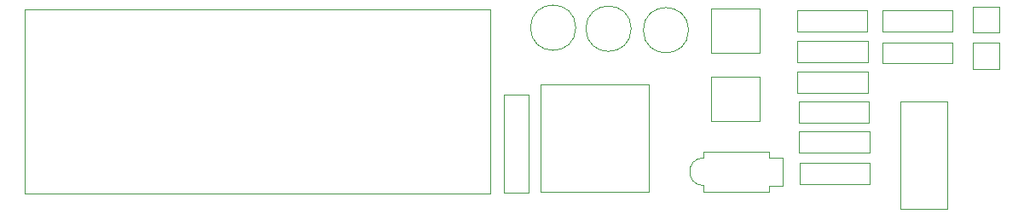
<source format=gbr>
%TF.GenerationSoftware,KiCad,Pcbnew,9.0.7*%
%TF.CreationDate,2026-01-18T12:08:03+01:00*%
%TF.ProjectId,Generator,47656e65-7261-4746-9f72-2e6b69636164,rev?*%
%TF.SameCoordinates,Original*%
%TF.FileFunction,Other,User*%
%FSLAX46Y46*%
G04 Gerber Fmt 4.6, Leading zero omitted, Abs format (unit mm)*
G04 Created by KiCad (PCBNEW 9.0.7) date 2026-01-18 12:08:03*
%MOMM*%
%LPD*%
G01*
G04 APERTURE LIST*
%ADD10C,0.050000*%
G04 APERTURE END LIST*
%TO.C,J1*%
D10*
X148300000Y-137100000D02*
X145700000Y-137100000D01*
X145700000Y-139700000D01*
X148300000Y-139700000D01*
X148300000Y-137100000D01*
X148300000Y-140700000D02*
X145700000Y-140700000D01*
X145700000Y-143300000D01*
X148300000Y-143300000D01*
X148300000Y-140700000D01*
%TO.C,A1*%
X51520000Y-155650000D02*
X51520000Y-137370000D01*
X51520000Y-155650000D02*
X97740000Y-155650000D01*
X97740000Y-137370000D02*
X51520000Y-137370000D01*
X97740000Y-137370000D02*
X97740000Y-155650000D01*
%TO.C,R2*%
X135250000Y-142650000D02*
X128270000Y-142650000D01*
X128270000Y-140550000D01*
X135250000Y-140550000D01*
X135250000Y-142650000D01*
%TO.C,D2*%
X119660000Y-144040000D02*
X124500000Y-144040000D01*
X124500000Y-148460000D01*
X119660000Y-148460000D01*
X119660000Y-144040000D01*
%TO.C,R5*%
X128370000Y-146550000D02*
X135350000Y-146550000D01*
X135350000Y-148650000D01*
X128370000Y-148650000D01*
X128370000Y-146550000D01*
%TO.C,R8*%
X135440000Y-154700000D02*
X128460000Y-154700000D01*
X128460000Y-152600000D01*
X135440000Y-152600000D01*
X135440000Y-154700000D01*
%TO.C,R3*%
X143650000Y-142750000D02*
X136670000Y-142750000D01*
X136670000Y-140650000D01*
X143650000Y-140650000D01*
X143650000Y-142750000D01*
%TO.C,C1*%
X117450000Y-139450000D02*
G75*
G02*
X112950000Y-139450000I-2250000J0D01*
G01*
X112950000Y-139450000D02*
G75*
G02*
X117450000Y-139450000I2250000J0D01*
G01*
%TO.C,R6*%
X135400000Y-151600000D02*
X128420000Y-151600000D01*
X128420000Y-149500000D01*
X135400000Y-149500000D01*
X135400000Y-151600000D01*
%TO.C,R7*%
X143650000Y-139600000D02*
X136670000Y-139600000D01*
X136670000Y-137500000D01*
X143650000Y-137500000D01*
X143650000Y-139600000D01*
%TO.C,D1*%
X119660000Y-137290000D02*
X124500000Y-137290000D01*
X124500000Y-141710000D01*
X119660000Y-141710000D01*
X119660000Y-137290000D01*
%TO.C,U1*%
X102750000Y-155520000D02*
X113530000Y-155520000D01*
X113530000Y-144860000D01*
X102750000Y-144860000D01*
X102750000Y-155520000D01*
%TO.C,C3*%
X106250000Y-139200000D02*
G75*
G02*
X101750000Y-139200000I-2250000J0D01*
G01*
X101750000Y-139200000D02*
G75*
G02*
X106250000Y-139200000I2250000J0D01*
G01*
%TO.C,R4*%
X128270000Y-143550000D02*
X135250000Y-143550000D01*
X135250000Y-145650000D01*
X128270000Y-145650000D01*
X128270000Y-143550000D01*
%TO.C,SW1*%
X118950000Y-151500000D02*
X125450000Y-151500000D01*
X118950000Y-152120000D02*
X118950000Y-151500000D01*
X118950000Y-155500000D02*
X118950000Y-154880000D01*
X125450000Y-152120000D02*
X125450000Y-151500000D01*
X125450000Y-155500000D02*
X118950000Y-155500000D01*
X125450000Y-155500000D02*
X125450000Y-154880000D01*
X126830000Y-152120000D02*
X125450000Y-152120000D01*
X126830000Y-152120000D02*
X126830000Y-154880000D01*
X126830000Y-154880000D02*
X125450000Y-154880000D01*
X118950000Y-154880000D02*
G75*
G02*
X118950000Y-152120000I0J1380000D01*
G01*
%TO.C,Q1*%
X138482500Y-146510000D02*
X138482500Y-157170000D01*
X138482500Y-157170000D02*
X143177500Y-157170000D01*
X143177500Y-146510000D02*
X138482500Y-146510000D01*
X143177500Y-157170000D02*
X143177500Y-146510000D01*
%TO.C,R1*%
X135190000Y-139600000D02*
X128210000Y-139600000D01*
X128210000Y-137500000D01*
X135190000Y-137500000D01*
X135190000Y-139600000D01*
%TO.C,C2*%
X111750000Y-139300000D02*
G75*
G02*
X107250000Y-139300000I-2250000J0D01*
G01*
X107250000Y-139300000D02*
G75*
G02*
X111750000Y-139300000I2250000J0D01*
G01*
%TO.C,D3*%
X101600000Y-145880000D02*
X99100000Y-145880000D01*
X99100000Y-155600000D01*
X101600000Y-155600000D01*
X101600000Y-145880000D01*
%TD*%
M02*

</source>
